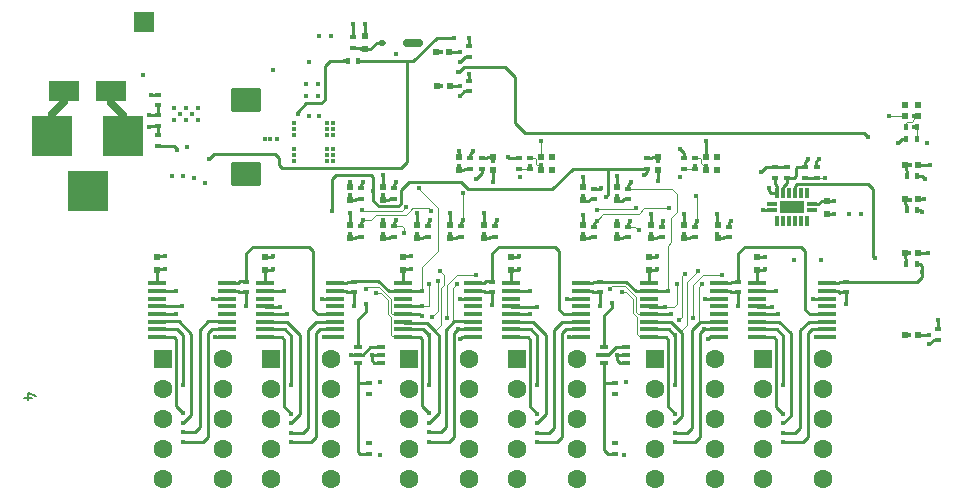
<source format=gbr>
G04 #@! TF.GenerationSoftware,KiCad,Pcbnew,8.0.1-rc1*
G04 #@! TF.CreationDate,2024-04-28T10:37:14-05:00*
G04 #@! TF.ProjectId,Stopwatch,53746f70-7761-4746-9368-2e6b69636164,rev?*
G04 #@! TF.SameCoordinates,Original*
G04 #@! TF.FileFunction,Copper,L4,Bot*
G04 #@! TF.FilePolarity,Positive*
%FSLAX46Y46*%
G04 Gerber Fmt 4.6, Leading zero omitted, Abs format (unit mm)*
G04 Created by KiCad (PCBNEW 8.0.1-rc1) date 2024-04-28 10:37:14*
%MOMM*%
%LPD*%
G01*
G04 APERTURE LIST*
G04 Aperture macros list*
%AMRoundRect*
0 Rectangle with rounded corners*
0 $1 Rounding radius*
0 $2 $3 $4 $5 $6 $7 $8 $9 X,Y pos of 4 corners*
0 Add a 4 corners polygon primitive as box body*
4,1,4,$2,$3,$4,$5,$6,$7,$8,$9,$2,$3,0*
0 Add four circle primitives for the rounded corners*
1,1,$1+$1,$2,$3*
1,1,$1+$1,$4,$5*
1,1,$1+$1,$6,$7*
1,1,$1+$1,$8,$9*
0 Add four rect primitives between the rounded corners*
20,1,$1+$1,$2,$3,$4,$5,0*
20,1,$1+$1,$4,$5,$6,$7,0*
20,1,$1+$1,$6,$7,$8,$9,0*
20,1,$1+$1,$8,$9,$2,$3,0*%
G04 Aperture macros list end*
%ADD10C,0.150000*%
G04 #@! TA.AperFunction,NonConductor*
%ADD11C,0.150000*%
G04 #@! TD*
G04 #@! TA.AperFunction,ComponentPad*
%ADD12R,1.700000X1.700000*%
G04 #@! TD*
G04 #@! TA.AperFunction,ComponentPad*
%ADD13R,1.600000X1.600000*%
G04 #@! TD*
G04 #@! TA.AperFunction,ComponentPad*
%ADD14C,1.600000*%
G04 #@! TD*
G04 #@! TA.AperFunction,ComponentPad*
%ADD15R,3.500000X3.500000*%
G04 #@! TD*
G04 #@! TA.AperFunction,SMDPad,CuDef*
%ADD16R,0.600000X0.400000*%
G04 #@! TD*
G04 #@! TA.AperFunction,SMDPad,CuDef*
%ADD17R,0.500000X0.600000*%
G04 #@! TD*
G04 #@! TA.AperFunction,SMDPad,CuDef*
%ADD18R,0.600000X0.500000*%
G04 #@! TD*
G04 #@! TA.AperFunction,SMDPad,CuDef*
%ADD19R,1.500000X0.450000*%
G04 #@! TD*
G04 #@! TA.AperFunction,SMDPad,CuDef*
%ADD20RoundRect,0.112500X-0.187500X-0.112500X0.187500X-0.112500X0.187500X0.112500X-0.187500X0.112500X0*%
G04 #@! TD*
G04 #@! TA.AperFunction,SMDPad,CuDef*
%ADD21R,0.400000X0.600000*%
G04 #@! TD*
G04 #@! TA.AperFunction,SMDPad,CuDef*
%ADD22RoundRect,0.250000X-1.025000X0.787500X-1.025000X-0.787500X1.025000X-0.787500X1.025000X0.787500X0*%
G04 #@! TD*
G04 #@! TA.AperFunction,SMDPad,CuDef*
%ADD23RoundRect,0.100000X0.225000X0.100000X-0.225000X0.100000X-0.225000X-0.100000X0.225000X-0.100000X0*%
G04 #@! TD*
G04 #@! TA.AperFunction,SMDPad,CuDef*
%ADD24R,0.850000X0.300000*%
G04 #@! TD*
G04 #@! TA.AperFunction,SMDPad,CuDef*
%ADD25R,0.300000X0.850000*%
G04 #@! TD*
G04 #@! TA.AperFunction,SMDPad,CuDef*
%ADD26R,2.050000X1.050000*%
G04 #@! TD*
G04 #@! TA.AperFunction,SMDPad,CuDef*
%ADD27R,2.500000X1.800000*%
G04 #@! TD*
G04 #@! TA.AperFunction,ViaPad*
%ADD28C,0.450000*%
G04 #@! TD*
G04 #@! TA.AperFunction,Conductor*
%ADD29C,0.254000*%
G04 #@! TD*
G04 #@! TA.AperFunction,Conductor*
%ADD30C,0.088900*%
G04 #@! TD*
G04 #@! TA.AperFunction,Conductor*
%ADD31C,0.635000*%
G04 #@! TD*
G04 APERTURE END LIST*
D10*
D11*
X86775847Y-116563950D02*
X86109180Y-116563950D01*
X87156800Y-116325855D02*
X86442514Y-116087760D01*
X86442514Y-116087760D02*
X86442514Y-116706807D01*
D12*
X96269800Y-84705000D03*
D13*
X118681400Y-113192800D03*
D14*
X118681400Y-115732800D03*
X118681400Y-118272800D03*
X118681400Y-120812800D03*
X118681400Y-123352800D03*
X123761400Y-123352800D03*
X123761400Y-120812800D03*
X123761400Y-118272800D03*
X123761400Y-115732800D03*
X123761400Y-113192800D03*
D15*
X94498000Y-94306200D03*
X88498000Y-94306200D03*
X91498000Y-99006200D03*
D13*
X127825400Y-113192800D03*
D14*
X127825400Y-115732800D03*
X127825400Y-118272800D03*
X127825400Y-120812800D03*
X127825400Y-123352800D03*
X132905400Y-123352800D03*
X132905400Y-120812800D03*
X132905400Y-118272800D03*
X132905400Y-115732800D03*
X132905400Y-113192800D03*
D13*
X97853400Y-113192800D03*
D14*
X97853400Y-115732800D03*
X97853400Y-118272800D03*
X97853400Y-120812800D03*
X97853400Y-123352800D03*
X102933400Y-123352800D03*
X102933400Y-120812800D03*
X102933400Y-118272800D03*
X102933400Y-115732800D03*
X102933400Y-113192800D03*
D13*
X148653400Y-113192800D03*
D14*
X148653400Y-115732800D03*
X148653400Y-118272800D03*
X148653400Y-120812800D03*
X148653400Y-123352800D03*
X153733400Y-123352800D03*
X153733400Y-120812800D03*
X153733400Y-118272800D03*
X153733400Y-115732800D03*
X153733400Y-113192800D03*
D13*
X139509400Y-113192800D03*
D14*
X139509400Y-115732800D03*
X139509400Y-118272800D03*
X139509400Y-120812800D03*
X139509400Y-123352800D03*
X144589400Y-123352800D03*
X144589400Y-120812800D03*
X144589400Y-118272800D03*
X144589400Y-115732800D03*
X144589400Y-113192800D03*
D13*
X106997400Y-113192800D03*
D14*
X106997400Y-115732800D03*
X106997400Y-118272800D03*
X106997400Y-120812800D03*
X106997400Y-123352800D03*
X112077400Y-123352800D03*
X112077400Y-120812800D03*
X112077400Y-118272800D03*
X112077400Y-115732800D03*
X112077400Y-113192800D03*
D16*
X117462900Y-98737000D03*
X117462900Y-99637000D03*
X125971900Y-101962800D03*
X125971900Y-102862800D03*
X142925800Y-102013600D03*
X142925800Y-102913600D03*
D17*
X141998100Y-101913600D03*
X141998100Y-103013600D03*
X116535200Y-98637000D03*
X116535200Y-99737000D03*
D16*
X125785190Y-106688000D03*
X125785190Y-107588000D03*
D17*
X136333900Y-101913600D03*
X136333900Y-103013600D03*
D16*
X153222800Y-96980400D03*
X153222800Y-97880400D03*
X104957190Y-106688000D03*
X104957190Y-107588000D03*
D17*
X106553000Y-105655200D03*
X106553000Y-104555200D03*
D16*
X134416800Y-102013600D03*
X134416800Y-102913600D03*
D17*
X119367900Y-101862800D03*
X119367900Y-102962800D03*
D16*
X163525200Y-110675000D03*
X163525200Y-111575000D03*
D18*
X160724600Y-91740800D03*
X161824600Y-91740800D03*
D17*
X133489100Y-101913600D03*
X133489100Y-103013600D03*
D19*
X112449400Y-106818000D03*
X112449400Y-107468000D03*
X112449400Y-108118000D03*
X112449400Y-108768000D03*
X112449400Y-109418000D03*
X112449400Y-110068000D03*
X112449400Y-110718000D03*
X112449400Y-111368000D03*
X106549400Y-111368000D03*
X106549400Y-110718000D03*
X106549400Y-110068000D03*
X106549400Y-109418000D03*
X106549400Y-108768000D03*
X106549400Y-108118000D03*
X106549400Y-107468000D03*
X106549400Y-106818000D03*
D17*
X139776200Y-97222400D03*
X139776200Y-96122400D03*
X129931000Y-96118400D03*
X129931000Y-97218400D03*
D16*
X123875800Y-96222400D03*
X123875800Y-97122400D03*
D20*
X116461800Y-86432200D03*
X118561800Y-86432200D03*
D16*
X145770600Y-102013600D03*
X145770600Y-102913600D03*
D21*
X161740000Y-97725900D03*
X160840000Y-97725900D03*
D17*
X130845400Y-96118400D03*
X130845400Y-97218400D03*
X113690400Y-101862800D03*
X113690400Y-102962800D03*
D16*
X115366600Y-116173200D03*
X115366600Y-115273200D03*
X140107600Y-102013600D03*
X140107600Y-102913600D03*
X136194600Y-116173200D03*
X136194600Y-115273200D03*
D17*
X144805400Y-96122400D03*
X144805400Y-97222400D03*
D19*
X144961400Y-106818000D03*
X144961400Y-107468000D03*
X144961400Y-108118000D03*
X144961400Y-108768000D03*
X144961400Y-109418000D03*
X144961400Y-110068000D03*
X144961400Y-110718000D03*
X144961400Y-111368000D03*
X139061400Y-111368000D03*
X139061400Y-110718000D03*
X139061400Y-110068000D03*
X139061400Y-109418000D03*
X139061400Y-108768000D03*
X139061400Y-108118000D03*
X139061400Y-107468000D03*
X139061400Y-106818000D03*
D16*
X114618100Y-98737000D03*
X114618100Y-99637000D03*
D19*
X154105400Y-106818000D03*
X154105400Y-107468000D03*
X154105400Y-108118000D03*
X154105400Y-108768000D03*
X154105400Y-109418000D03*
X154105400Y-110068000D03*
X154105400Y-110718000D03*
X154105400Y-111368000D03*
X148205400Y-111368000D03*
X148205400Y-110718000D03*
X148205400Y-110068000D03*
X148205400Y-109418000D03*
X148205400Y-108768000D03*
X148205400Y-108118000D03*
X148205400Y-107468000D03*
X148205400Y-106818000D03*
D16*
X149743000Y-97880400D03*
X149743000Y-96980400D03*
D17*
X125044200Y-101862800D03*
X125044200Y-102962800D03*
D18*
X122139800Y-87235700D03*
X121039800Y-87235700D03*
D21*
X160824600Y-94560200D03*
X161724600Y-94560200D03*
D16*
X123825000Y-86760300D03*
X123825000Y-87660300D03*
X115366600Y-120353200D03*
X115366600Y-121253200D03*
X114618100Y-101962800D03*
X114618100Y-102862800D03*
X141986000Y-96222400D03*
X141986000Y-97122400D03*
X97469800Y-92586200D03*
X97469800Y-93486200D03*
D19*
X103305400Y-106818000D03*
X103305400Y-107468000D03*
X103305400Y-108118000D03*
X103305400Y-108768000D03*
X103305400Y-109418000D03*
X103305400Y-110068000D03*
X103305400Y-110718000D03*
X103305400Y-111368000D03*
X97405400Y-111368000D03*
X97405400Y-110718000D03*
X97405400Y-110068000D03*
X97405400Y-109418000D03*
X97405400Y-108768000D03*
X97405400Y-108118000D03*
X97405400Y-107468000D03*
X97405400Y-106818000D03*
D17*
X136333900Y-98687800D03*
X136333900Y-99787800D03*
D21*
X161689200Y-105156000D03*
X160789200Y-105156000D03*
D22*
X104876600Y-91324700D03*
X104876600Y-97549700D03*
D16*
X123835200Y-89666300D03*
X123835200Y-90566300D03*
D21*
X161740000Y-100621500D03*
X160840000Y-100621500D03*
D16*
X142951200Y-97122400D03*
X142951200Y-96222400D03*
D17*
X139166600Y-101913600D03*
X139166600Y-103013600D03*
D16*
X134929190Y-106688000D03*
X134929190Y-107588000D03*
D23*
X116316800Y-112227600D03*
X116316800Y-112877600D03*
X116316800Y-113527600D03*
X114416800Y-113527600D03*
X114416800Y-112877600D03*
X114416800Y-112227600D03*
D16*
X138836400Y-97122400D03*
X138836400Y-96222400D03*
D17*
X125806200Y-97222400D03*
X125806200Y-96122400D03*
X144842900Y-101913600D03*
X144842900Y-103013600D03*
D19*
X133277400Y-106818000D03*
X133277400Y-107468000D03*
X133277400Y-108118000D03*
X133277400Y-108768000D03*
X133277400Y-109418000D03*
X133277400Y-110068000D03*
X133277400Y-110718000D03*
X133277400Y-111368000D03*
X127377400Y-111368000D03*
X127377400Y-110718000D03*
X127377400Y-110068000D03*
X127377400Y-109418000D03*
X127377400Y-108768000D03*
X127377400Y-108118000D03*
X127377400Y-107468000D03*
X127377400Y-106818000D03*
D16*
X134416800Y-98787800D03*
X134416800Y-99687800D03*
X117462900Y-101962800D03*
X117462900Y-102862800D03*
D18*
X160724600Y-92655200D03*
X161824600Y-92655200D03*
D17*
X114971428Y-86982200D03*
X114971428Y-85882200D03*
D16*
X137261600Y-98787800D03*
X137261600Y-99687800D03*
X128026000Y-96218400D03*
X128026000Y-97118400D03*
X97469800Y-90859000D03*
X97469800Y-91759000D03*
D23*
X137119400Y-112227600D03*
X137119400Y-112877600D03*
X137119400Y-113527600D03*
X135219400Y-113527600D03*
X135219400Y-112877600D03*
X135219400Y-112227600D03*
D16*
X114101190Y-106688000D03*
X114101190Y-107588000D03*
X152232200Y-96980400D03*
X152232200Y-97880400D03*
D17*
X127381000Y-105655200D03*
X127381000Y-104555200D03*
D16*
X120308900Y-101962800D03*
X120308900Y-102862800D03*
D17*
X122936000Y-96122400D03*
X122936000Y-97222400D03*
D18*
X161840000Y-96786100D03*
X160740000Y-96786100D03*
D16*
X97469800Y-94288000D03*
X97469800Y-95188000D03*
X113980828Y-86882200D03*
X113980828Y-85982200D03*
D24*
X152865400Y-100626800D03*
D25*
X152415400Y-101576800D03*
X151915400Y-101576800D03*
X151415400Y-101576800D03*
X150915400Y-101576800D03*
X150415400Y-101576800D03*
X149915400Y-101576800D03*
D24*
X149465400Y-100626800D03*
X149465400Y-100126800D03*
D25*
X149915400Y-99176800D03*
X150415400Y-99176800D03*
X150915400Y-99176800D03*
X151415400Y-99176800D03*
X151915400Y-99176800D03*
X152415400Y-99176800D03*
D24*
X152865400Y-100126800D03*
D26*
X151165400Y-100376800D03*
D18*
X161840000Y-111150400D03*
X160740000Y-111150400D03*
D16*
X146613190Y-106688000D03*
X146613190Y-107588000D03*
D17*
X148209000Y-105655200D03*
X148209000Y-104555200D03*
X139065000Y-105655200D03*
X139065000Y-104555200D03*
D16*
X155757190Y-106688000D03*
X155757190Y-107588000D03*
D18*
X161840000Y-99681700D03*
X160740000Y-99681700D03*
D16*
X137261600Y-102013600D03*
X137261600Y-102913600D03*
D17*
X118237000Y-105655200D03*
X118237000Y-104555200D03*
D16*
X124866400Y-97122400D03*
X124866400Y-96222400D03*
D21*
X114430828Y-87956200D03*
X113530828Y-87956200D03*
X161724600Y-93595000D03*
X160824600Y-93595000D03*
D17*
X133489100Y-98687800D03*
X133489100Y-99787800D03*
X113690400Y-98637000D03*
X113690400Y-99737000D03*
D16*
X150759000Y-97880400D03*
X150759000Y-96980400D03*
D17*
X116535200Y-101862800D03*
X116535200Y-102962800D03*
D16*
X136194600Y-120353200D03*
X136194600Y-121253200D03*
D27*
X93500800Y-90521600D03*
X89500800Y-90521600D03*
D16*
X128991200Y-97118400D03*
X128991200Y-96218400D03*
D19*
X124133400Y-106818000D03*
X124133400Y-107468000D03*
X124133400Y-108118000D03*
X124133400Y-108768000D03*
X124133400Y-109418000D03*
X124133400Y-110068000D03*
X124133400Y-110718000D03*
X124133400Y-111368000D03*
X118233400Y-111368000D03*
X118233400Y-110718000D03*
X118233400Y-110068000D03*
X118233400Y-109418000D03*
X118233400Y-108768000D03*
X118233400Y-108118000D03*
X118233400Y-107468000D03*
X118233400Y-106818000D03*
D17*
X97409000Y-105655200D03*
X97409000Y-104555200D03*
X154111800Y-99826800D03*
X154111800Y-100926800D03*
X143891000Y-96122400D03*
X143891000Y-97222400D03*
X122199400Y-101862800D03*
X122199400Y-102962800D03*
D16*
X123127100Y-101962800D03*
X123127100Y-102862800D03*
D18*
X161789200Y-104241600D03*
X160689200Y-104241600D03*
X122150000Y-90141700D03*
X121050000Y-90141700D03*
D28*
X108940600Y-93726000D03*
X108940600Y-95910400D03*
X111785400Y-93726000D03*
X96850200Y-90855800D03*
X104876600Y-97510600D03*
X136321800Y-99432200D03*
X111074200Y-92633800D03*
X161112200Y-96774000D03*
X146608800Y-108737400D03*
X109993400Y-90982800D03*
X98039610Y-104513000D03*
X119380000Y-102607200D03*
X139192000Y-102632600D03*
X153136600Y-111368000D03*
X148539200Y-97409000D03*
X155930600Y-100926900D03*
X102285800Y-111334600D03*
X121412000Y-87223600D03*
X161112200Y-99720400D03*
X111506000Y-111360000D03*
X114096800Y-108712000D03*
X141630400Y-97790000D03*
X153898600Y-97891600D03*
X115544600Y-112877600D03*
X104114600Y-98323400D03*
X114985800Y-84861400D03*
X118867610Y-104513000D03*
X136347200Y-112877600D03*
X125044200Y-102607200D03*
X161493200Y-92659200D03*
X96189800Y-89154000D03*
X139695610Y-104538400D03*
X107238800Y-88773000D03*
X162610800Y-94894400D03*
X108940600Y-94244000D03*
X117652800Y-87376000D03*
X108940600Y-93228000D03*
X108940600Y-96428400D03*
X141986000Y-102632600D03*
X110261400Y-88036400D03*
X121412000Y-90144600D03*
X148666200Y-100634800D03*
X151282400Y-104851200D03*
X125776410Y-108686600D03*
X105638600Y-96799400D03*
X122936000Y-96875600D03*
X144018000Y-111556800D03*
X123063000Y-111506000D03*
X105638600Y-98323400D03*
X104948410Y-108712000D03*
X144830800Y-102632600D03*
X161036000Y-104241600D03*
X125806200Y-96494600D03*
X161086800Y-111150400D03*
X99949000Y-95275400D03*
X129921000Y-96824800D03*
X122199400Y-102607200D03*
X154660600Y-100914200D03*
X106984800Y-94564200D03*
X128143000Y-97815400D03*
X133477000Y-102632600D03*
X128011610Y-104538400D03*
X133477000Y-99432200D03*
X113690400Y-99364800D03*
X107183610Y-104538400D03*
X101447600Y-98298000D03*
X104114600Y-96799400D03*
X106486800Y-94564200D03*
X148844000Y-104546400D03*
X139776200Y-96494600D03*
X107502800Y-94564200D03*
X109993400Y-89966800D03*
X155748410Y-108581300D03*
X111009400Y-90982800D03*
X116535200Y-102607200D03*
X136321800Y-102632600D03*
X108940600Y-95412400D03*
X143887000Y-96901000D03*
X116535200Y-99356000D03*
X113690400Y-102607200D03*
X111009400Y-89966800D03*
X134924800Y-108737400D03*
X132257800Y-111360000D03*
X104368600Y-90834400D03*
X104876600Y-91287600D03*
X104368600Y-91850400D03*
X105384600Y-91850400D03*
X105384600Y-90834400D03*
X99085400Y-95554800D03*
X98612800Y-97757400D03*
X98831400Y-91973400D03*
X100863400Y-92989400D03*
X100355400Y-92481400D03*
X99847400Y-91973400D03*
X99847400Y-92989400D03*
X100517800Y-97857400D03*
X100863400Y-91973400D03*
X99578000Y-97757400D03*
X99339400Y-92481400D03*
X98831400Y-92989400D03*
X130845400Y-96118400D03*
X130845400Y-97218400D03*
X144805400Y-96122400D03*
X144805400Y-97222400D03*
X160724600Y-91740800D03*
X161824600Y-91740800D03*
X127076200Y-96113600D03*
X141630400Y-95402400D03*
X160121600Y-94894400D03*
X113792000Y-112877600D03*
X112293400Y-93726000D03*
X162839400Y-96799400D03*
X141986000Y-100905400D03*
X116535200Y-101462800D03*
X112293400Y-95910400D03*
X116281200Y-115163600D03*
X136333900Y-101513600D03*
X136931400Y-121360400D03*
X123037600Y-87249000D03*
X125806200Y-98272600D03*
X119380000Y-100880000D03*
X148844000Y-105638600D03*
X122936000Y-95580200D03*
X156997400Y-100926900D03*
X143891000Y-94742000D03*
X111074200Y-85902800D03*
X112293400Y-96428400D03*
X144830800Y-100905400D03*
X123037600Y-90119200D03*
X154660600Y-99822000D03*
X139695610Y-105630600D03*
X98039610Y-105605200D03*
X113690400Y-100880000D03*
X118867610Y-105605200D03*
X113690400Y-98237000D03*
X125044200Y-100880000D03*
X162687000Y-104241600D03*
X119532400Y-86436200D03*
X112115600Y-85902800D03*
X162356800Y-99695000D03*
X153619200Y-104851200D03*
X112293400Y-94244000D03*
X112293400Y-93228000D03*
X116535200Y-97628800D03*
X111785400Y-94244000D03*
X107183610Y-105630600D03*
X110236000Y-92659200D03*
X111785400Y-95412400D03*
X139192000Y-100905400D03*
X111785400Y-95910400D03*
X159334200Y-92659200D03*
X112293400Y-95412400D03*
X111785400Y-96428400D03*
X122199400Y-100880000D03*
X139776200Y-98145600D03*
X133477000Y-101066600D03*
X133477000Y-97840800D03*
X128011610Y-105630600D03*
X162763200Y-111175800D03*
X137083800Y-115162800D03*
X116230400Y-121361200D03*
X129921000Y-94792800D03*
X134696200Y-112877600D03*
X136321800Y-97705000D03*
X111785400Y-93228000D03*
X136199100Y-116172400D03*
X136199100Y-120352400D03*
X115366600Y-116173200D03*
X115366600Y-120353200D03*
X101803200Y-96266000D03*
X122529600Y-86004400D03*
X157556200Y-94386400D03*
X122885200Y-88925400D03*
X153390600Y-96266000D03*
X108127800Y-107467400D03*
X138607800Y-97637600D03*
X135407400Y-99466400D03*
X115697000Y-98983800D03*
X112191800Y-100685600D03*
X98983800Y-107467400D03*
X152476200Y-96266000D03*
X149225000Y-98755200D03*
X113334800Y-88011000D03*
X109296200Y-92481400D03*
X113969800Y-84861400D03*
X162179000Y-105816400D03*
X96723200Y-92557600D03*
X96723200Y-93573600D03*
X158165800Y-104698800D03*
X128991200Y-96901000D03*
X142947200Y-96875600D03*
X161467800Y-93599000D03*
X162179000Y-100787200D03*
X149783800Y-107467400D03*
X140639800Y-107467400D03*
X137490200Y-98272600D03*
X119532400Y-98780600D03*
X119811800Y-107442000D03*
X128955800Y-107467400D03*
X117627400Y-98247200D03*
X132130800Y-108127800D03*
X123012200Y-108127800D03*
X111328200Y-108127800D03*
X152958800Y-108127800D03*
X124155200Y-95605600D03*
X115062000Y-108559600D03*
X135864600Y-108483400D03*
X102082600Y-108127800D03*
X143814800Y-108127800D03*
X150420600Y-115463200D03*
X149987000Y-109423200D03*
X149479000Y-108788200D03*
X150420600Y-117863200D03*
X150420600Y-118663200D03*
X150420600Y-119463200D03*
X150418800Y-120269000D03*
X141272210Y-115455200D03*
X142062200Y-106019600D03*
X141596855Y-109948455D03*
X141256610Y-111220400D03*
X140919200Y-109415200D03*
X135712200Y-107264200D03*
X141376400Y-106908600D03*
X140385800Y-108780200D03*
X136779000Y-107543600D03*
X141272210Y-117855200D03*
X143164200Y-105791000D03*
X141272210Y-118655200D03*
X141272210Y-119455200D03*
X143510000Y-106832400D03*
X145196200Y-106070400D03*
X141270410Y-120261000D03*
X142732400Y-109728000D03*
X143668410Y-110684600D03*
X129588210Y-115455200D03*
X128951410Y-109415200D03*
X129590800Y-108780200D03*
X129588210Y-117855200D03*
X129588210Y-118655200D03*
X129588210Y-119455200D03*
X129586410Y-120261000D03*
X120444210Y-111220400D03*
X120444210Y-115429800D03*
X121208800Y-106629200D03*
X120624600Y-109702600D03*
X115036600Y-107264200D03*
X119810210Y-109601000D03*
X120421400Y-106883200D03*
X119807410Y-108754800D03*
X115900200Y-107594400D03*
X120444210Y-117829800D03*
X121361200Y-105765600D03*
X120444210Y-118629800D03*
X120444210Y-119429800D03*
X122809000Y-106832400D03*
X122856010Y-110684600D03*
X121920000Y-109728000D03*
X124383800Y-106070400D03*
X120442410Y-120235600D03*
X108760210Y-115455200D03*
X108381800Y-109415200D03*
X107772200Y-108780200D03*
X108760210Y-117855200D03*
X108760210Y-118655200D03*
X108760210Y-119455200D03*
X108758410Y-120261000D03*
X99616210Y-115429800D03*
X98979410Y-109389800D03*
X99466400Y-108754800D03*
X99616210Y-117829800D03*
X99616210Y-118629800D03*
X99616210Y-119429800D03*
X99614410Y-120235600D03*
X123825000Y-89077800D03*
X123825000Y-86055200D03*
X163525200Y-109956600D03*
X123037600Y-90932000D03*
X123037600Y-88112600D03*
X162737800Y-111988600D03*
X124383800Y-97942400D03*
X162407600Y-98018600D03*
X134594600Y-101498400D03*
X140741400Y-100456950D03*
X137464800Y-101498400D03*
X138176000Y-102336600D03*
X140233400Y-101523800D03*
X143078200Y-101549200D03*
X143027400Y-99415600D03*
X145948400Y-101523800D03*
X134620000Y-100634800D03*
X137922000Y-100457000D03*
X134975600Y-98780600D03*
X120599200Y-100660200D03*
X114782600Y-101473000D03*
X118287800Y-102565200D03*
X117652800Y-101447600D03*
X120472200Y-101473000D03*
X123291600Y-101473000D03*
X123291600Y-99161600D03*
X126136400Y-101473000D03*
X114731800Y-100584000D03*
X118465600Y-100380800D03*
X114782600Y-98221800D03*
D29*
X99466400Y-108754800D02*
X97421210Y-108754800D01*
X108381800Y-109415200D02*
X106550210Y-109415200D01*
X107772200Y-108780200D02*
X106565210Y-108780200D01*
X106565210Y-108780200D02*
X106545010Y-108760000D01*
X127393210Y-108780200D02*
X127373010Y-108760000D01*
X129590800Y-108780200D02*
X127393210Y-108780200D01*
D30*
X141191000Y-108780200D02*
X140385800Y-108780200D01*
X141376400Y-108594800D02*
X141191000Y-108780200D01*
X141376400Y-106908600D02*
X141376400Y-108594800D01*
D29*
X139077210Y-108780200D02*
X139057010Y-108760000D01*
X140385800Y-108780200D02*
X139077210Y-108780200D01*
X139062210Y-109415200D02*
X139057010Y-109410000D01*
X140919200Y-109415200D02*
X139062210Y-109415200D01*
X148210600Y-109423200D02*
X148205400Y-109418000D01*
X149987000Y-109423200D02*
X148210600Y-109423200D01*
X148225600Y-108788200D02*
X148205400Y-108768000D01*
X149479000Y-108788200D02*
X148225600Y-108788200D01*
X153212800Y-96443800D02*
X153212800Y-96970400D01*
X153212800Y-96970400D02*
X153222800Y-96980400D01*
X153390600Y-96266000D02*
X153212800Y-96443800D01*
X97469800Y-90859000D02*
X96853400Y-90859000D01*
D31*
X93500800Y-91545000D02*
X94498000Y-92542200D01*
X94498000Y-92542200D02*
X94498000Y-94306200D01*
D29*
X96853400Y-90859000D02*
X96850200Y-90855800D01*
D31*
X93500800Y-90521600D02*
X93500800Y-91545000D01*
D29*
X134404700Y-102904800D02*
X134043000Y-102904800D01*
X155042200Y-107468000D02*
X155168600Y-107594400D01*
X160756600Y-97256600D02*
X160756600Y-96802700D01*
X117001200Y-99728200D02*
X116535200Y-99728200D01*
X141986000Y-102632600D02*
X141986000Y-103004800D01*
X149465400Y-100626800D02*
X148674200Y-100626800D01*
X136787800Y-99804400D02*
X136321800Y-99804400D01*
X160789200Y-105156000D02*
X160789200Y-104756800D01*
D30*
X143887000Y-96901000D02*
X143719200Y-96901000D01*
D29*
X155175000Y-107588000D02*
X155757190Y-107588000D01*
D30*
X161493200Y-92659200D02*
X161493200Y-92913200D01*
D29*
X119846000Y-102979400D02*
X119380000Y-102979400D01*
X125044200Y-102607200D02*
X125044200Y-102979400D01*
X104952800Y-108707610D02*
X104952800Y-107588000D01*
X144214800Y-111360000D02*
X144957010Y-111360000D01*
X120307700Y-102879400D02*
X119946000Y-102879400D01*
X114096800Y-108712000D02*
X114096800Y-107588000D01*
X145296800Y-103004800D02*
X144830800Y-103004800D01*
X160756600Y-96802700D02*
X160740000Y-96786100D01*
X114256400Y-99637000D02*
X114156400Y-99737000D01*
X133943000Y-99804400D02*
X133477000Y-99804400D01*
D30*
X129416200Y-96218400D02*
X129489200Y-96291400D01*
D29*
X118232610Y-104521800D02*
X118858810Y-104521800D01*
X138836400Y-96222400D02*
X139235600Y-96222400D01*
D31*
X89500800Y-91474200D02*
X89500800Y-90521600D01*
D29*
X114618100Y-99637000D02*
X114256400Y-99637000D01*
X146608800Y-108737400D02*
X146613190Y-108733010D01*
X139192000Y-102632600D02*
X139192000Y-103004800D01*
X160840000Y-97340000D02*
X160756600Y-97256600D01*
X139776200Y-96122400D02*
X139776200Y-96494600D01*
X148209000Y-104555200D02*
X148835200Y-104555200D01*
X139335600Y-96122400D02*
X139776200Y-96122400D01*
X113514610Y-107580000D02*
X114096800Y-107580000D01*
X133477000Y-102632600D02*
X133477000Y-103004800D01*
X136887800Y-102904800D02*
X136787800Y-103004800D01*
X153222800Y-97880400D02*
X152232200Y-97880400D01*
D30*
X160909000Y-93116400D02*
X160824600Y-93200800D01*
X143887000Y-97218400D02*
X143891000Y-97222400D01*
D29*
X122665400Y-102979400D02*
X122199400Y-102979400D01*
X136321800Y-99432200D02*
X136321800Y-99804400D01*
X145396800Y-102904800D02*
X145296800Y-103004800D01*
X160778700Y-99720400D02*
X160740000Y-99681700D01*
X119946000Y-102879400D02*
X119846000Y-102979400D01*
D30*
X129921000Y-97208400D02*
X129931000Y-97218400D01*
D29*
X134342610Y-107580000D02*
X134924800Y-107580000D01*
X140119700Y-102904800D02*
X139758000Y-102904800D01*
X146026610Y-107580000D02*
X146608800Y-107580000D01*
X125610200Y-102879400D02*
X125510200Y-102979400D01*
X136887800Y-99704400D02*
X136787800Y-99804400D01*
X125776410Y-108686600D02*
X125780800Y-108682210D01*
X144018000Y-111556800D02*
X144214800Y-111360000D01*
D30*
X153887400Y-97880400D02*
X153898600Y-97891600D01*
X143345400Y-96222400D02*
X142951200Y-96222400D01*
D29*
X137249500Y-102904800D02*
X136887800Y-102904800D01*
X125806200Y-96494600D02*
X125806200Y-96122400D01*
D30*
X129921000Y-96824800D02*
X129921000Y-97208400D01*
D29*
X161086800Y-111150400D02*
X160740000Y-111150400D01*
D30*
X129565400Y-96824800D02*
X129921000Y-96824800D01*
D29*
X113381810Y-107460000D02*
X113508210Y-107586400D01*
X114971428Y-85882200D02*
X114971428Y-84875772D01*
X114256400Y-102879400D02*
X114156400Y-102979400D01*
X117462900Y-99628200D02*
X117101200Y-99628200D01*
X121412000Y-90144600D02*
X121052900Y-90144600D01*
X160840000Y-100235600D02*
X160740000Y-100135600D01*
X150759000Y-96980400D02*
X149743000Y-96980400D01*
D30*
X128991200Y-96218400D02*
X129416200Y-96218400D01*
D29*
X144830800Y-102632600D02*
X144830800Y-103004800D01*
X122765400Y-102879400D02*
X122665400Y-102979400D01*
X98030810Y-104521800D02*
X98039610Y-104513000D01*
X161112200Y-96774000D02*
X160752100Y-96774000D01*
X115544600Y-113309400D02*
X115544600Y-112877600D01*
D30*
X160824600Y-93200800D02*
X160824600Y-93595000D01*
D29*
X114618100Y-102879400D02*
X114256400Y-102879400D01*
X125065810Y-107434600D02*
X125192210Y-107561000D01*
X155752800Y-108576910D02*
X155748410Y-108581300D01*
X139658000Y-103004800D02*
X139192000Y-103004800D01*
X133477000Y-99432200D02*
X133477000Y-99804400D01*
D30*
X153222800Y-97880400D02*
X153887400Y-97880400D01*
D29*
X136321800Y-102632600D02*
X136321800Y-103004800D01*
X139686810Y-104547200D02*
X139695610Y-104538400D01*
X123127100Y-102879400D02*
X122765400Y-102879400D01*
X117101200Y-99628200D02*
X117001200Y-99728200D01*
X145893810Y-107460000D02*
X146020210Y-107586400D01*
D30*
X129489200Y-96291400D02*
X129489200Y-96748600D01*
D29*
X160840000Y-100621500D02*
X160840000Y-100235600D01*
X154648000Y-100926800D02*
X154660600Y-100914200D01*
X104364210Y-107561000D02*
X104370610Y-107554600D01*
X121052900Y-90144600D02*
X121050000Y-90141700D01*
X137249500Y-99704400D02*
X136887800Y-99704400D01*
X113508210Y-107586400D02*
X113514610Y-107580000D01*
X114156400Y-102979400D02*
X113690400Y-102979400D01*
X104370610Y-107554600D02*
X104952800Y-107554600D01*
X146613190Y-108733010D02*
X146613190Y-107588000D01*
X145758500Y-102904800D02*
X145396800Y-102904800D01*
X125198610Y-107554600D02*
X125780800Y-107554600D01*
X125510200Y-102979400D02*
X125044200Y-102979400D01*
X121051900Y-87223600D02*
X121039800Y-87235700D01*
X123325800Y-97222400D02*
X123425800Y-97122400D01*
D30*
X143719200Y-96901000D02*
X143429800Y-96611600D01*
D29*
X149743000Y-96980400D02*
X148967800Y-96980400D01*
X139235600Y-96222400D02*
X139335600Y-96122400D01*
D30*
X143429800Y-96611600D02*
X143429800Y-96306800D01*
D29*
X154111800Y-100926800D02*
X154648000Y-100926800D01*
X142452000Y-103004800D02*
X141986000Y-103004800D01*
X136565400Y-113527600D02*
X136347200Y-113309400D01*
X124129010Y-107434600D02*
X125065810Y-107434600D01*
X133273010Y-107460000D02*
X134209810Y-107460000D01*
X160789200Y-104756800D02*
X160689200Y-104656800D01*
X104237810Y-107434600D02*
X104364210Y-107561000D01*
X114156400Y-99737000D02*
X113690400Y-99737000D01*
X132257800Y-111360000D02*
X133273010Y-111360000D01*
X160840000Y-97725900D02*
X160840000Y-97340000D01*
X116535200Y-102607200D02*
X116535200Y-102979400D01*
X113690400Y-102607200D02*
X113690400Y-102979400D01*
X113690400Y-99364800D02*
X113690400Y-99737000D01*
X139060610Y-104547200D02*
X139686810Y-104547200D01*
X142913700Y-102904800D02*
X142552000Y-102904800D01*
D31*
X88498000Y-94306200D02*
X88498000Y-92477000D01*
D29*
X122936000Y-96875600D02*
X122936000Y-97222400D01*
X154105400Y-107468000D02*
X155042200Y-107468000D01*
X102285800Y-111334600D02*
X103301010Y-111334600D01*
X144957010Y-107460000D02*
X145893810Y-107460000D01*
X97404610Y-104521800D02*
X98030810Y-104521800D01*
X116535200Y-99356000D02*
X116535200Y-99728200D01*
X106548610Y-104547200D02*
X107174810Y-104547200D01*
X104948410Y-108712000D02*
X104952800Y-108707610D01*
X155168600Y-107594400D02*
X155175000Y-107588000D01*
X125971900Y-102879400D02*
X125610200Y-102879400D01*
X107174810Y-104547200D02*
X107183610Y-104538400D01*
X123063000Y-111506000D02*
X123234400Y-111334600D01*
X155752800Y-107588000D02*
X155752800Y-108576910D01*
D30*
X161493200Y-92913200D02*
X161290000Y-93116400D01*
D29*
X111506000Y-111360000D02*
X112445010Y-111360000D01*
D30*
X161290000Y-93116400D02*
X160909000Y-93116400D01*
D29*
X139758000Y-102904800D02*
X139658000Y-103004800D01*
D30*
X143887000Y-96901000D02*
X143887000Y-97218400D01*
D29*
X117101200Y-102879400D02*
X117001200Y-102979400D01*
X125780800Y-108682210D02*
X125780800Y-107588000D01*
X115544600Y-112877600D02*
X116316800Y-112877600D01*
X124866400Y-96222400D02*
X125265600Y-96222400D01*
X116316800Y-113527600D02*
X115762800Y-113527600D01*
X161112200Y-99720400D02*
X160778700Y-99720400D01*
X137119400Y-113527600D02*
X136565400Y-113527600D01*
X117462900Y-102879400D02*
X117101200Y-102879400D01*
X137119400Y-112877600D02*
X136347200Y-112877600D01*
X125365600Y-96122400D02*
X125806200Y-96122400D01*
X112445010Y-107460000D02*
X113381810Y-107460000D01*
X146020210Y-107586400D02*
X146026610Y-107580000D01*
X160689200Y-104656800D02*
X160689200Y-104241600D01*
X134043000Y-99704400D02*
X133943000Y-99804400D01*
X123234400Y-111334600D02*
X124129010Y-111334600D01*
X134209810Y-107460000D02*
X134336210Y-107586400D01*
X160752100Y-96774000D02*
X160740000Y-96786100D01*
X103301010Y-107434600D02*
X104237810Y-107434600D01*
X133943000Y-103004800D02*
X133477000Y-103004800D01*
X122199400Y-102607200D02*
X122199400Y-102979400D01*
D30*
X161493200Y-92659200D02*
X161820600Y-92659200D01*
D29*
X160740000Y-100135600D02*
X160740000Y-99681700D01*
X119380000Y-102607200D02*
X119380000Y-102979400D01*
D30*
X143429800Y-96306800D02*
X143345400Y-96222400D01*
D29*
X115762800Y-113527600D02*
X115544600Y-113309400D01*
X122936000Y-97222400D02*
X123325800Y-97222400D01*
X125265600Y-96222400D02*
X125365600Y-96122400D01*
X148674200Y-100626800D02*
X148666200Y-100634800D01*
X128002810Y-104547200D02*
X128011610Y-104538400D01*
X148835200Y-104555200D02*
X148844000Y-104546400D01*
D30*
X161820600Y-92659200D02*
X161824600Y-92655200D01*
D29*
X148967800Y-96980400D02*
X148539200Y-97409000D01*
X121412000Y-87223600D02*
X121051900Y-87223600D01*
X142552000Y-102904800D02*
X142452000Y-103004800D01*
X134924800Y-108737400D02*
X134924800Y-107588000D01*
X118858810Y-104521800D02*
X118867610Y-104513000D01*
X134043000Y-102904800D02*
X133943000Y-103004800D01*
X136787800Y-103004800D02*
X136321800Y-103004800D01*
X114971428Y-84875772D02*
X114985800Y-84861400D01*
X127376610Y-104547200D02*
X128002810Y-104547200D01*
X123425800Y-97122400D02*
X123875800Y-97122400D01*
D31*
X88498000Y-92477000D02*
X89500800Y-91474200D01*
D29*
X125192210Y-107561000D02*
X125198610Y-107554600D01*
X136347200Y-113309400D02*
X136347200Y-112877600D01*
X134336210Y-107586400D02*
X134342610Y-107580000D01*
X153136600Y-111368000D02*
X154105400Y-111368000D01*
X117001200Y-102979400D02*
X116535200Y-102979400D01*
D30*
X129489200Y-96748600D02*
X129565400Y-96824800D01*
D29*
X134404700Y-99704400D02*
X134043000Y-99704400D01*
X98794800Y-95188000D02*
X97469800Y-95188000D01*
X99085400Y-95554800D02*
X99085400Y-95478600D01*
X99085400Y-95478600D02*
X98794800Y-95188000D01*
X114971428Y-86982200D02*
X114617400Y-86982200D01*
X115455800Y-86982200D02*
X114971428Y-86982200D01*
X116461800Y-86432200D02*
X116005800Y-86432200D01*
X116005800Y-86432200D02*
X115455800Y-86982200D01*
X114017428Y-86918800D02*
X113980828Y-86882200D01*
X114554000Y-86918800D02*
X114017428Y-86918800D01*
X114617400Y-86982200D02*
X114554000Y-86918800D01*
X127181000Y-96218400D02*
X127076200Y-96113600D01*
X128026000Y-96218400D02*
X127181000Y-96218400D01*
X141986000Y-95758000D02*
X141630400Y-95402400D01*
X141986000Y-96222400D02*
X141986000Y-95758000D01*
X160455800Y-94560200D02*
X160121600Y-94894400D01*
X160824600Y-94560200D02*
X160455800Y-94560200D01*
X122936000Y-96122400D02*
X122936000Y-95580200D01*
X161840000Y-99681700D02*
X162343500Y-99681700D01*
X115432600Y-112227600D02*
X116316800Y-112227600D01*
X97404610Y-105621800D02*
X98023010Y-105621800D01*
X97401010Y-105625400D02*
X97404610Y-105621800D01*
D31*
X118561800Y-86432200D02*
X119528400Y-86432200D01*
D29*
X139057010Y-106810000D02*
X139057010Y-105650800D01*
X113690400Y-100880000D02*
X113690400Y-101879400D01*
X122150000Y-90141700D02*
X123015100Y-90141700D01*
X116535200Y-101462800D02*
X116535200Y-101879400D01*
X97401010Y-106784600D02*
X97401010Y-105625400D01*
X135219400Y-112877600D02*
X135596252Y-112877600D01*
X106545010Y-105650800D02*
X106548610Y-105647200D01*
X161840000Y-111150400D02*
X162737800Y-111150400D01*
X136333900Y-101513600D02*
X136321800Y-101525700D01*
D30*
X129921000Y-94792800D02*
X129931000Y-94802800D01*
D29*
X139057010Y-105650800D02*
X139060610Y-105647200D01*
X122199400Y-100880000D02*
X122199400Y-101879400D01*
X141986000Y-100905400D02*
X141986000Y-101904800D01*
X139679010Y-105647200D02*
X139695610Y-105630600D01*
X127376610Y-105647200D02*
X127995010Y-105647200D01*
X154655800Y-99826800D02*
X154660600Y-99822000D01*
X127995010Y-105647200D02*
X128011610Y-105630600D01*
X114416800Y-112877600D02*
X114782600Y-112877600D01*
X148205400Y-106818000D02*
X148205400Y-105658800D01*
D31*
X119528400Y-86432200D02*
X119532400Y-86436200D01*
D29*
X139776200Y-98145600D02*
X139776200Y-97222400D01*
X118229010Y-106784600D02*
X118229010Y-105625400D01*
X123024300Y-87235700D02*
X123037600Y-87249000D01*
X148827400Y-105655200D02*
X148844000Y-105638600D01*
X118229010Y-105625400D02*
X118232610Y-105621800D01*
X148209000Y-105655200D02*
X148827400Y-105655200D01*
X136246252Y-112227600D02*
X137119400Y-112227600D01*
X122139800Y-87235700D02*
X123024300Y-87235700D01*
X127373010Y-106810000D02*
X127373010Y-105650800D01*
X98023010Y-105621800D02*
X98039610Y-105605200D01*
X113690400Y-98237000D02*
X113690400Y-98637000D01*
X106548610Y-105647200D02*
X107167010Y-105647200D01*
X125806200Y-98272600D02*
X125806200Y-97222400D01*
X162343500Y-99681700D02*
X162356800Y-99695000D01*
X161853300Y-96799400D02*
X161840000Y-96786100D01*
X114416800Y-112877600D02*
X113792000Y-112877600D01*
X154111800Y-99826800D02*
X154655800Y-99826800D01*
X118232610Y-105621800D02*
X118851010Y-105621800D01*
X114782600Y-112877600D02*
X115432600Y-112227600D01*
X148205400Y-105658800D02*
X148209000Y-105655200D01*
X119380000Y-100880000D02*
X119380000Y-101879400D01*
X123015100Y-90141700D02*
X123037600Y-90119200D01*
X162839400Y-96799400D02*
X161853300Y-96799400D01*
X162737800Y-111150400D02*
X162763200Y-111175800D01*
X127373010Y-105650800D02*
X127376610Y-105647200D01*
X162687000Y-104241600D02*
X161789200Y-104241600D01*
X153365200Y-100126800D02*
X153665200Y-99826800D01*
D30*
X159338200Y-92655200D02*
X160724600Y-92655200D01*
D29*
X106545010Y-106810000D02*
X106545010Y-105650800D01*
X153665200Y-99826800D02*
X154111800Y-99826800D01*
D30*
X129931000Y-94802800D02*
X129931000Y-96118400D01*
D29*
X118851010Y-105621800D02*
X118867610Y-105605200D01*
X144830800Y-100905400D02*
X144830800Y-101904800D01*
X107167010Y-105647200D02*
X107183610Y-105630600D01*
X134696200Y-112877600D02*
X135219400Y-112877600D01*
X125044200Y-100880000D02*
X125044200Y-101879400D01*
X136321800Y-101525700D02*
X136321800Y-101904800D01*
X139192000Y-100905400D02*
X139192000Y-101904800D01*
X136321800Y-97705000D02*
X136321800Y-98704400D01*
X152865400Y-100126800D02*
X153365200Y-100126800D01*
X143891000Y-94742000D02*
X143891000Y-96122400D01*
X135596252Y-112877600D02*
X136246252Y-112227600D01*
X133477000Y-101066600D02*
X133477000Y-101904800D01*
X116535200Y-97628800D02*
X116535200Y-98628200D01*
X139060610Y-105647200D02*
X139679010Y-105647200D01*
X133477000Y-97840800D02*
X133477000Y-98704400D01*
D30*
X159334200Y-92659200D02*
X159338200Y-92655200D01*
D29*
X107924600Y-97053400D02*
X118059200Y-97053400D01*
X107340400Y-95885000D02*
X107670600Y-96215200D01*
X118567200Y-88011000D02*
X118033800Y-88011000D01*
X102184200Y-95885000D02*
X107340400Y-95885000D01*
X115058000Y-87956200D02*
X115112800Y-88011000D01*
X122529600Y-86004400D02*
X121056400Y-86004400D01*
X119049800Y-88011000D02*
X118033800Y-88011000D01*
X107670600Y-96215200D02*
X107670600Y-96799400D01*
X114430828Y-87956200D02*
X115058000Y-87956200D01*
X107670600Y-96799400D02*
X107924600Y-97053400D01*
X118059200Y-97053400D02*
X118567200Y-96545400D01*
X118033800Y-88011000D02*
X115112800Y-88011000D01*
X101803200Y-96266000D02*
X102184200Y-95885000D01*
X121056400Y-86004400D02*
X119049800Y-88011000D01*
X118567200Y-96545400D02*
X118567200Y-88011000D01*
X122975748Y-88925400D02*
X122885200Y-88925400D01*
X123407548Y-88493600D02*
X122975748Y-88925400D01*
X157556200Y-94386400D02*
X157226000Y-94056200D01*
X126873000Y-88493600D02*
X127685800Y-89306400D01*
X127685800Y-93218000D02*
X127685800Y-89306400D01*
X128524000Y-94056200D02*
X157226000Y-94056200D01*
X123407548Y-88493600D02*
X126873000Y-88493600D01*
X128524000Y-94056200D02*
X127685800Y-93218000D01*
X138836400Y-97122400D02*
X138836400Y-97409000D01*
X138836400Y-97409000D02*
X138607800Y-97637600D01*
X135592400Y-97122400D02*
X132595200Y-97122400D01*
X123102748Y-98221800D02*
X118694200Y-98221800D01*
X150415400Y-98631600D02*
X150759000Y-98288000D01*
X115697000Y-97840800D02*
X115697000Y-98983800D01*
X117803300Y-100304600D02*
X116179600Y-100304600D01*
X152232200Y-96980400D02*
X152232200Y-96510000D01*
X151460200Y-97078800D02*
X151561800Y-96977200D01*
X152232200Y-96510000D02*
X152476200Y-96266000D01*
X132595200Y-97122400D02*
X130860800Y-98856800D01*
X118694200Y-98221800D02*
X118016900Y-98899100D01*
X98983200Y-107468000D02*
X98983800Y-107467400D01*
X123737748Y-98856800D02*
X123102748Y-98221800D01*
X150759000Y-97880400D02*
X151293600Y-97880400D01*
X151565000Y-96980400D02*
X152232200Y-96980400D01*
X118016900Y-98899100D02*
X118016900Y-100091000D01*
X150415400Y-99176800D02*
X150415400Y-98631600D01*
X106550000Y-107467400D02*
X106549400Y-107468000D01*
X151460200Y-97713800D02*
X151460200Y-97078800D01*
X108127800Y-107467400D02*
X106550000Y-107467400D01*
X115697000Y-99822000D02*
X115697000Y-98983800D01*
X118016900Y-100091000D02*
X117803300Y-100304600D01*
X151293600Y-97880400D02*
X151460200Y-97713800D01*
X135407400Y-99466400D02*
X135592400Y-99281400D01*
X151561800Y-96977200D02*
X151565000Y-96980400D01*
X97405400Y-107468000D02*
X98983200Y-107468000D01*
X112572800Y-97612200D02*
X115468400Y-97612200D01*
X150759000Y-98288000D02*
X150759000Y-97880400D01*
X116179600Y-100304600D02*
X115697000Y-99822000D01*
X135592400Y-97122400D02*
X138836400Y-97122400D01*
X130860800Y-98856800D02*
X123737748Y-98856800D01*
X112191800Y-97993200D02*
X112572800Y-97612200D01*
X112191800Y-100685600D02*
X112191800Y-97993200D01*
X135592400Y-99281400D02*
X135592400Y-97122400D01*
X115468400Y-97612200D02*
X115697000Y-97840800D01*
X149915400Y-99176800D02*
X149915400Y-98556600D01*
X149743000Y-98384200D02*
X149743000Y-97880400D01*
X149225000Y-99034600D02*
X149367200Y-99176800D01*
X149915400Y-98556600D02*
X149743000Y-98384200D01*
X149367200Y-99176800D02*
X149915400Y-99176800D01*
X149225000Y-98755200D02*
X149225000Y-99034600D01*
X111607600Y-88417400D02*
X112014000Y-88011000D01*
X110007400Y-91567000D02*
X111302800Y-91567000D01*
X111607600Y-91262200D02*
X111607600Y-88417400D01*
X113389600Y-87956200D02*
X113334800Y-88011000D01*
X109296200Y-92481400D02*
X109296200Y-92278200D01*
X109296200Y-92278200D02*
X110007400Y-91567000D01*
X113530828Y-87956200D02*
X113389600Y-87956200D01*
X111302800Y-91567000D02*
X111607600Y-91262200D01*
X112014000Y-88011000D02*
X113334800Y-88011000D01*
X113980828Y-85982200D02*
X113980828Y-84872428D01*
X113980828Y-84872428D02*
X113969800Y-84861400D01*
X162153600Y-105435400D02*
X162179000Y-105460800D01*
X162179000Y-105460800D02*
X162179000Y-105816400D01*
X161689200Y-105156000D02*
X162001200Y-105156000D01*
X155081400Y-106818000D02*
X155211400Y-106688000D01*
X155211400Y-106688000D02*
X155757190Y-106688000D01*
X162001200Y-105156000D02*
X162153600Y-105308400D01*
X162153600Y-105841800D02*
X162179000Y-105816400D01*
X155757190Y-106688000D02*
X161764600Y-106688000D01*
X161764600Y-106688000D02*
X162153600Y-106299000D01*
X154105400Y-106818000D02*
X155081400Y-106818000D01*
X162153600Y-105308400D02*
X162153600Y-105435400D01*
X162153600Y-106299000D02*
X162153600Y-105841800D01*
X97469800Y-92586200D02*
X96751800Y-92586200D01*
X97469800Y-92586200D02*
X97469800Y-91759000D01*
X96751800Y-92586200D02*
X96723200Y-92557600D01*
X97469800Y-94288000D02*
X97469800Y-93486200D01*
X96824800Y-93472000D02*
X97455600Y-93472000D01*
X97455600Y-93472000D02*
X97469800Y-93486200D01*
X96723200Y-93573600D02*
X96824800Y-93472000D01*
X151584200Y-98425000D02*
X157607000Y-98425000D01*
X158013400Y-104546400D02*
X158165800Y-104698800D01*
X157937200Y-98755200D02*
X158013400Y-98831400D01*
X158013400Y-98831400D02*
X158013400Y-104546400D01*
X151415400Y-98593800D02*
X151584200Y-98425000D01*
X157607000Y-98425000D02*
X157937200Y-98755200D01*
X151415400Y-99176800D02*
X151415400Y-98593800D01*
X135219400Y-113527600D02*
X135219400Y-115265200D01*
X135219400Y-120893800D02*
X135578800Y-121253200D01*
X136194600Y-115273200D02*
X135227400Y-115273200D01*
X135219400Y-115265200D02*
X135219400Y-120893800D01*
X135578800Y-121253200D02*
X136194600Y-121253200D01*
X135227400Y-115273200D02*
X135219400Y-115265200D01*
X114573000Y-121253200D02*
X115366600Y-121253200D01*
X114416800Y-113527600D02*
X114416800Y-115265200D01*
X114416800Y-115265200D02*
X114416800Y-121097000D01*
X114424800Y-115273200D02*
X114416800Y-115265200D01*
X114416800Y-121097000D02*
X114573000Y-121253200D01*
X115366600Y-115273200D02*
X114424800Y-115273200D01*
D30*
X128991200Y-96901000D02*
X128991200Y-97118400D01*
X128026000Y-97118400D02*
X128991200Y-97118400D01*
X142947200Y-97118400D02*
X142951200Y-97122400D01*
X141986000Y-97122400D02*
X142951200Y-97122400D01*
X142947200Y-96875600D02*
X142947200Y-97118400D01*
X161720600Y-93599000D02*
X161724600Y-93595000D01*
X161724600Y-94560200D02*
X161724600Y-93595000D01*
X161467800Y-93599000D02*
X161720600Y-93599000D01*
D29*
X162013300Y-100621500D02*
X162179000Y-100787200D01*
X161740000Y-100621500D02*
X162013300Y-100621500D01*
X137261600Y-98787800D02*
X137261600Y-98501200D01*
X140639200Y-107468000D02*
X140639800Y-107467400D01*
X139061400Y-107468000D02*
X140639200Y-107468000D01*
X133273010Y-106810000D02*
X134249010Y-106810000D01*
D30*
X141401800Y-100761800D02*
X141401800Y-99237800D01*
D29*
X148206000Y-107467400D02*
X148205400Y-107468000D01*
X137261600Y-98501200D02*
X137490200Y-98272600D01*
X134379010Y-106680000D02*
X134924800Y-106680000D01*
D30*
X141401800Y-99237800D02*
X140951800Y-98787800D01*
D29*
X149783800Y-107467400D02*
X148206000Y-107467400D01*
D30*
X140919200Y-101244400D02*
X141401800Y-100761800D01*
X140639800Y-107467400D02*
X140639800Y-103632000D01*
D29*
X137117200Y-106688000D02*
X134929190Y-106688000D01*
D30*
X140951800Y-98787800D02*
X137261600Y-98787800D01*
D29*
X139061400Y-107468000D02*
X137897200Y-107468000D01*
X134249010Y-106810000D02*
X134379010Y-106680000D01*
X137897200Y-107468000D02*
X137117200Y-106688000D01*
D30*
X140919200Y-103352600D02*
X140919200Y-101244400D01*
X140639800Y-103632000D02*
X140919200Y-103352600D01*
D29*
X127378000Y-107467400D02*
X127377400Y-107468000D01*
X114185390Y-106603800D02*
X114101190Y-106688000D01*
D30*
X121158000Y-104114600D02*
X121158000Y-100457000D01*
D29*
X112445010Y-106810000D02*
X113421010Y-106810000D01*
X116993000Y-107468000D02*
X116128800Y-106603800D01*
D30*
X119532400Y-98831400D02*
X119532400Y-98780600D01*
D29*
X117462900Y-98411700D02*
X117627400Y-98247200D01*
D30*
X119811800Y-105460800D02*
X121158000Y-104114600D01*
D29*
X113421010Y-106810000D02*
X113551010Y-106680000D01*
X113551010Y-106680000D02*
X114096800Y-106680000D01*
X128955800Y-107467400D02*
X127378000Y-107467400D01*
X118233400Y-107468000D02*
X119785800Y-107468000D01*
X118233400Y-107468000D02*
X116993000Y-107468000D01*
X119785800Y-107468000D02*
X119811800Y-107442000D01*
D30*
X119532400Y-98831400D02*
X121158000Y-100457000D01*
X119811800Y-107442000D02*
X119811800Y-105460800D01*
D29*
X116128800Y-106603800D02*
X114185390Y-106603800D01*
X117462900Y-98737000D02*
X117462900Y-98411700D01*
X132140600Y-108118000D02*
X132130800Y-108127800D01*
X114416800Y-109865200D02*
X115062000Y-109220000D01*
X124133400Y-108118000D02*
X123022000Y-108118000D01*
X123875800Y-95885000D02*
X124155200Y-95605600D01*
X114416800Y-112227600D02*
X114416800Y-109865200D01*
X152958800Y-108127800D02*
X154095600Y-108127800D01*
X135219400Y-109509600D02*
X135864600Y-108864400D01*
X123875800Y-96222400D02*
X123875800Y-95885000D01*
X143824600Y-108118000D02*
X143814800Y-108127800D01*
X111338000Y-108118000D02*
X111328200Y-108127800D01*
X103305400Y-108118000D02*
X102092400Y-108118000D01*
X102092400Y-108118000D02*
X102082600Y-108127800D01*
X135864600Y-108864400D02*
X135864600Y-108483400D01*
X123022000Y-108118000D02*
X123012200Y-108127800D01*
X154095600Y-108127800D02*
X154105400Y-108118000D01*
X133277400Y-108118000D02*
X132140600Y-108118000D01*
X115062000Y-109220000D02*
X115062000Y-108559600D01*
X135219400Y-112227600D02*
X135219400Y-109509600D01*
X112449400Y-108118000D02*
X111338000Y-108118000D01*
X144961400Y-108118000D02*
X143824600Y-108118000D01*
X144957010Y-106810000D02*
X145933010Y-106810000D01*
X147142200Y-103708200D02*
X146613190Y-104237210D01*
X154105400Y-109418000D02*
X152648800Y-109418000D01*
X146613190Y-104237210D02*
X146613190Y-106688000D01*
X146063010Y-106680000D02*
X146608800Y-106680000D01*
X152648800Y-109418000D02*
X152273000Y-109042200D01*
X145933010Y-106810000D02*
X146063010Y-106680000D01*
X152273000Y-104089200D02*
X151892000Y-103708200D01*
X151892000Y-103708200D02*
X147142200Y-103708200D01*
X152273000Y-109042200D02*
X152273000Y-104089200D01*
X126309810Y-103708200D02*
X125780800Y-104237210D01*
X131440610Y-104089200D02*
X131059610Y-103708200D01*
X133273010Y-109418000D02*
X131816410Y-109418000D01*
X131816410Y-109418000D02*
X131440610Y-109042200D01*
X125105010Y-106784600D02*
X125235010Y-106654600D01*
X131440610Y-109042200D02*
X131440610Y-104089200D01*
X125235010Y-106654600D02*
X125780800Y-106654600D01*
X131059610Y-103708200D02*
X126309810Y-103708200D01*
X125780800Y-104237210D02*
X125780800Y-106688000D01*
X124129010Y-106784600D02*
X125105010Y-106784600D01*
X110988410Y-109410000D02*
X110612610Y-109034200D01*
X104407010Y-106654600D02*
X104952800Y-106654600D01*
X105481810Y-103700200D02*
X104952800Y-104229210D01*
X110612610Y-109034200D02*
X110612610Y-104081200D01*
X110612610Y-104081200D02*
X110231610Y-103700200D01*
X103301010Y-106784600D02*
X104277010Y-106784600D01*
X104952800Y-104229210D02*
X104952800Y-106680000D01*
X104277010Y-106784600D02*
X104407010Y-106654600D01*
X112445010Y-109410000D02*
X110988410Y-109410000D01*
X110231610Y-103700200D02*
X105481810Y-103700200D01*
X150420600Y-111253800D02*
X150420600Y-115463200D01*
X149884800Y-110718000D02*
X150420600Y-111253800D01*
X148205400Y-110718000D02*
X149884800Y-110718000D01*
X149809200Y-111582200D02*
X149809200Y-117251800D01*
X148205400Y-111368000D02*
X149595000Y-111368000D01*
X149809200Y-117251800D02*
X150420600Y-117863200D01*
X149595000Y-111368000D02*
X149809200Y-111582200D01*
X151028400Y-118055400D02*
X150420600Y-118663200D01*
X148205400Y-110068000D02*
X150047600Y-110068000D01*
X151028400Y-111048800D02*
X151028400Y-118055400D01*
X150047600Y-110068000D02*
X151028400Y-111048800D01*
X154105400Y-110068000D02*
X152542600Y-110068000D01*
X151815800Y-110794800D02*
X151815800Y-119049800D01*
X151815800Y-119049800D02*
X151402400Y-119463200D01*
X152542600Y-110068000D02*
X151815800Y-110794800D01*
X151402400Y-119463200D02*
X150420600Y-119463200D01*
X152501600Y-119862600D02*
X152501600Y-111048800D01*
X152501600Y-111048800D02*
X152832400Y-110718000D01*
X150418800Y-120269000D02*
X152095200Y-120269000D01*
X152095200Y-120269000D02*
X152501600Y-119862600D01*
X152832400Y-110718000D02*
X154105400Y-110718000D01*
X140736410Y-110710000D02*
X141272210Y-111245800D01*
D30*
X141859000Y-109686310D02*
X141859000Y-106222800D01*
X141859000Y-106222800D02*
X142062200Y-106019600D01*
D29*
X141272210Y-111245800D02*
X141272210Y-115455200D01*
X139057010Y-110710000D02*
X140736410Y-110710000D01*
D30*
X141596855Y-109948455D02*
X141859000Y-109686310D01*
X137922000Y-109220000D02*
X138120000Y-109418000D01*
X136982200Y-107061000D02*
X137922000Y-108000800D01*
X135915400Y-107061000D02*
X136982200Y-107061000D01*
X138120000Y-109418000D02*
X139045800Y-109418000D01*
X135712200Y-107264200D02*
X135915400Y-107061000D01*
X137922000Y-108000800D02*
X137922000Y-109220000D01*
D29*
X140446610Y-111360000D02*
X140660810Y-111574200D01*
D30*
X137109200Y-107543600D02*
X137693400Y-108127800D01*
D29*
X140660810Y-117243800D02*
X141272210Y-117855200D01*
D30*
X136779000Y-107543600D02*
X137109200Y-107543600D01*
D29*
X139057010Y-111360000D02*
X140446610Y-111360000D01*
X140660810Y-111574200D02*
X140660810Y-117243800D01*
D30*
X138292000Y-111368000D02*
X139045800Y-111368000D01*
X137693400Y-109296200D02*
X138049000Y-109651800D01*
X137693400Y-108127800D02*
X137693400Y-109296200D01*
X138049000Y-111125000D02*
X138292000Y-111368000D01*
X138049000Y-109651800D02*
X138049000Y-111125000D01*
X143164200Y-105791000D02*
X142249800Y-106705400D01*
D29*
X140899210Y-110060000D02*
X141859000Y-111019790D01*
X141859000Y-118068410D02*
X141272210Y-118655200D01*
D30*
X142249800Y-106705400D02*
X142249800Y-110376010D01*
D29*
X139057010Y-110060000D02*
X140899210Y-110060000D01*
D30*
X142249800Y-110376010D02*
X141737410Y-110888400D01*
D29*
X141859000Y-111019790D02*
X141859000Y-118068410D01*
X144957010Y-110060000D02*
X143394210Y-110060000D01*
D30*
X143510000Y-106832400D02*
X143256000Y-107086400D01*
D29*
X142254010Y-119455200D02*
X141272210Y-119455200D01*
D30*
X143256000Y-107086400D02*
X143256000Y-109911990D01*
D29*
X143394210Y-110060000D02*
X142667410Y-110786800D01*
X142667410Y-119041800D02*
X142254010Y-119455200D01*
D30*
X143256000Y-109911990D02*
X143378610Y-110034600D01*
D29*
X142667410Y-110786800D02*
X142667410Y-119041800D01*
X143353210Y-111040800D02*
X143684010Y-110710000D01*
D30*
X142732400Y-106934000D02*
X142732400Y-109728000D01*
D29*
X143684010Y-110710000D02*
X144957010Y-110710000D01*
X142946810Y-120261000D02*
X143353210Y-119854600D01*
D30*
X145196200Y-106070400D02*
X143596000Y-106070400D01*
D29*
X141270410Y-120261000D02*
X142946810Y-120261000D01*
X143353210Y-119854600D02*
X143353210Y-111040800D01*
D30*
X143596000Y-106070400D02*
X142732400Y-106934000D01*
D29*
X129052410Y-110710000D02*
X129588210Y-111245800D01*
X127373010Y-110710000D02*
X129052410Y-110710000D01*
X129588210Y-111245800D02*
X129588210Y-115455200D01*
X128951410Y-109415200D02*
X127378210Y-109415200D01*
X127373010Y-111360000D02*
X128762610Y-111360000D01*
X128976810Y-117243800D02*
X129588210Y-117855200D01*
X128762610Y-111360000D02*
X128976810Y-111574200D01*
X128976810Y-111574200D02*
X128976810Y-117243800D01*
X127373010Y-110060000D02*
X129215210Y-110060000D01*
X130352800Y-117890610D02*
X129588210Y-118655200D01*
X129215210Y-110060000D02*
X130352800Y-111197590D01*
X130352800Y-111197590D02*
X130352800Y-117890610D01*
X133273010Y-110060000D02*
X131710210Y-110060000D01*
X131710210Y-110060000D02*
X130983410Y-110786800D01*
X130570010Y-119455200D02*
X129588210Y-119455200D01*
X130983410Y-119041800D02*
X130570010Y-119455200D01*
X130983410Y-110786800D02*
X130983410Y-119041800D01*
X131262810Y-120261000D02*
X131669210Y-119854600D01*
X129586410Y-120261000D02*
X131262810Y-120261000D01*
X132000010Y-110710000D02*
X133273010Y-110710000D01*
X131669210Y-111040800D02*
X132000010Y-110710000D01*
X131669210Y-119854600D02*
X131669210Y-111040800D01*
X119908410Y-110684600D02*
X120444210Y-111220400D01*
D30*
X121208800Y-106629200D02*
X121208800Y-109118400D01*
X121208800Y-109118400D02*
X120624600Y-109702600D01*
D29*
X120444210Y-111220400D02*
X120444210Y-115429800D01*
X118229010Y-110684600D02*
X119908410Y-110684600D01*
D30*
X115036600Y-107264200D02*
X115163600Y-107137200D01*
D29*
X119599010Y-109389800D02*
X118234210Y-109389800D01*
D30*
X117317400Y-109418000D02*
X118233400Y-109418000D01*
D29*
X119810210Y-109601000D02*
X119599010Y-109389800D01*
D30*
X117195600Y-108178600D02*
X117195600Y-109296200D01*
X117195600Y-109296200D02*
X117317400Y-109418000D01*
X116154200Y-107137200D02*
X117195600Y-108178600D01*
X115163600Y-107137200D02*
X116154200Y-107137200D01*
X119815410Y-108762800D02*
X119807410Y-108754800D01*
X120421400Y-108737400D02*
X120396000Y-108762800D01*
D29*
X119807410Y-108754800D02*
X118249210Y-108754800D01*
D30*
X120396000Y-108762800D02*
X119815410Y-108762800D01*
X120421400Y-106883200D02*
X120421400Y-108737400D01*
D29*
X119618610Y-111334600D02*
X119832810Y-111548800D01*
D30*
X116967000Y-109448600D02*
X117221000Y-109702600D01*
X115900200Y-107594400D02*
X116306600Y-107594400D01*
X116967000Y-108254800D02*
X116967000Y-109448600D01*
D29*
X119832810Y-111548800D02*
X119832810Y-117218400D01*
D30*
X117413200Y-111368000D02*
X118233400Y-111368000D01*
X117221000Y-111175800D02*
X117413200Y-111368000D01*
X117221000Y-109702600D02*
X117221000Y-111175800D01*
D29*
X118229010Y-111334600D02*
X119618610Y-111334600D01*
D30*
X116306600Y-107594400D02*
X116967000Y-108254800D01*
D29*
X119832810Y-117218400D02*
X120444210Y-117829800D01*
D30*
X121691400Y-106958605D02*
X121437400Y-107212605D01*
X121437400Y-110376010D02*
X120925010Y-110888400D01*
X121437400Y-107212605D02*
X121437400Y-110376010D01*
D29*
X118233400Y-110068000D02*
X118350600Y-110185200D01*
X120221810Y-110185200D02*
X120925010Y-110888400D01*
D30*
X121691400Y-106095800D02*
X121691400Y-106958605D01*
D29*
X120925010Y-110888400D02*
X121285000Y-111248390D01*
X121285000Y-117789010D02*
X120444210Y-118629800D01*
X118350600Y-110185200D02*
X120221810Y-110185200D01*
X121285000Y-111248390D02*
X121285000Y-117789010D01*
D30*
X121361200Y-105765600D02*
X121691400Y-106095800D01*
D29*
X121839410Y-110761400D02*
X121839410Y-119016400D01*
D30*
X122809000Y-106832400D02*
X122453400Y-107188000D01*
D29*
X121839410Y-119016400D02*
X121426010Y-119429800D01*
X122566210Y-110034600D02*
X121839410Y-110761400D01*
X121426010Y-119429800D02*
X120444210Y-119429800D01*
D30*
X122453400Y-107188000D02*
X122453400Y-109921790D01*
D29*
X124129010Y-110034600D02*
X122566210Y-110034600D01*
D30*
X122453400Y-109921790D02*
X122566210Y-110034600D01*
X121920000Y-106934000D02*
X121920000Y-109728000D01*
X122783600Y-106070400D02*
X121920000Y-106934000D01*
D29*
X120442410Y-120235600D02*
X122118810Y-120235600D01*
X122118810Y-120235600D02*
X122525210Y-119829200D01*
X122525210Y-111015400D02*
X122856010Y-110684600D01*
X122525210Y-119829200D02*
X122525210Y-111015400D01*
D30*
X124383800Y-106070400D02*
X122783600Y-106070400D01*
D29*
X122856010Y-110684600D02*
X124129010Y-110684600D01*
X106545010Y-110710000D02*
X108224410Y-110710000D01*
X108224410Y-110710000D02*
X108760210Y-111245800D01*
X108760210Y-111245800D02*
X108760210Y-115455200D01*
X108148810Y-111574200D02*
X108148810Y-117243800D01*
X106545010Y-111360000D02*
X107934610Y-111360000D01*
X107934610Y-111360000D02*
X108148810Y-111574200D01*
X108148810Y-117243800D02*
X108760210Y-117855200D01*
X106545010Y-110060000D02*
X108387210Y-110060000D01*
X109499400Y-117916010D02*
X108760210Y-118655200D01*
X108387210Y-110060000D02*
X109499400Y-111172190D01*
X109499400Y-111172190D02*
X109499400Y-117916010D01*
X110155410Y-119041800D02*
X109742010Y-119455200D01*
X110882210Y-110060000D02*
X110155410Y-110786800D01*
X109742010Y-119455200D02*
X108760210Y-119455200D01*
X112445010Y-110060000D02*
X110882210Y-110060000D01*
X110155410Y-110786800D02*
X110155410Y-119041800D01*
X110841210Y-111040800D02*
X111172010Y-110710000D01*
X110434810Y-120261000D02*
X110841210Y-119854600D01*
X111172010Y-110710000D02*
X112445010Y-110710000D01*
X110841210Y-119854600D02*
X110841210Y-111040800D01*
X108758410Y-120261000D02*
X110434810Y-120261000D01*
X99080410Y-110684600D02*
X99616210Y-111220400D01*
X99616210Y-111220400D02*
X99616210Y-115429800D01*
X97401010Y-110684600D02*
X99080410Y-110684600D01*
X98979410Y-109389800D02*
X97406210Y-109389800D01*
X98790610Y-111334600D02*
X99004810Y-111548800D01*
X99004810Y-117218400D02*
X99616210Y-117829800D01*
X97401010Y-111334600D02*
X98790610Y-111334600D01*
X99004810Y-111548800D02*
X99004810Y-117218400D01*
X97401010Y-110034600D02*
X99243210Y-110034600D01*
X99243210Y-110034600D02*
X100279200Y-111070590D01*
X100279200Y-111070590D02*
X100279200Y-117966810D01*
X100279200Y-117966810D02*
X99616210Y-118629800D01*
X101011410Y-110761400D02*
X101011410Y-119016400D01*
X101011410Y-119016400D02*
X100598010Y-119429800D01*
X103301010Y-110034600D02*
X101738210Y-110034600D01*
X100598010Y-119429800D02*
X99616210Y-119429800D01*
X101738210Y-110034600D02*
X101011410Y-110761400D01*
X101697210Y-119829200D02*
X101697210Y-111015400D01*
X101697210Y-111015400D02*
X102028010Y-110684600D01*
X102028010Y-110684600D02*
X103301010Y-110684600D01*
X99614410Y-120235600D02*
X101290810Y-120235600D01*
X101290810Y-120235600D02*
X101697210Y-119829200D01*
X123825000Y-89656100D02*
X123835200Y-89666300D01*
X123825000Y-89077800D02*
X123825000Y-89656100D01*
X123825000Y-86055200D02*
X123825000Y-86760300D01*
X163525200Y-109956600D02*
X163525200Y-110675000D01*
X123403300Y-90566300D02*
X123037600Y-90932000D01*
X123835200Y-90566300D02*
X123403300Y-90566300D01*
X123489900Y-87660300D02*
X123037600Y-88112600D01*
X123825000Y-87660300D02*
X123489900Y-87660300D01*
X163525200Y-111575000D02*
X163151400Y-111575000D01*
X163151400Y-111575000D02*
X162737800Y-111988600D01*
X124866400Y-97459800D02*
X124383800Y-97942400D01*
X124866400Y-97122400D02*
X124866400Y-97459800D01*
X162114900Y-97725900D02*
X162407600Y-98018600D01*
X161740000Y-97725900D02*
X162114900Y-97725900D01*
D30*
X135153400Y-100939600D02*
X134594600Y-101498400D01*
D29*
X134416800Y-102013600D02*
X134416800Y-101676200D01*
D30*
X138633250Y-100456950D02*
X138150600Y-100939600D01*
X138150600Y-100939600D02*
X135153400Y-100939600D01*
X140741400Y-100456950D02*
X138633250Y-100456950D01*
D29*
X134416800Y-101676200D02*
X134594600Y-101498400D01*
X137261600Y-101701600D02*
X137464800Y-101498400D01*
D30*
X138176000Y-102336600D02*
X137853000Y-102013600D01*
D29*
X137261600Y-102013600D02*
X137261600Y-101701600D01*
D30*
X137853000Y-102013600D02*
X137261600Y-102013600D01*
D29*
X140107600Y-101649600D02*
X140233400Y-101523800D01*
X140107600Y-102013600D02*
X140107600Y-101649600D01*
X142925800Y-101701600D02*
X143078200Y-101549200D01*
D30*
X143078200Y-99466400D02*
X143078200Y-101549200D01*
X143027400Y-99415600D02*
X143078200Y-99466400D01*
D29*
X142925800Y-102013600D02*
X142925800Y-101701600D01*
D30*
X137820400Y-100558600D02*
X137922000Y-100457000D01*
X134696200Y-100558600D02*
X137820400Y-100558600D01*
X134620000Y-100634800D02*
X134696200Y-100558600D01*
D29*
X145768900Y-102013600D02*
X145768900Y-101701600D01*
X145768900Y-101701600D02*
X145921300Y-101549200D01*
X134416800Y-98787800D02*
X134968400Y-98787800D01*
X134968400Y-98787800D02*
X134975600Y-98780600D01*
X114618100Y-101962800D02*
X114618100Y-101637500D01*
D30*
X118914050Y-100566555D02*
X118914050Y-100558600D01*
X118914050Y-100558600D02*
X119041100Y-100431550D01*
D29*
X114618100Y-101637500D02*
X114782600Y-101473000D01*
D30*
X118481455Y-100999150D02*
X118914050Y-100566555D01*
X115468400Y-101473000D02*
X115942250Y-100999150D01*
X120370550Y-100431550D02*
X120599200Y-100660200D01*
X114782600Y-101473000D02*
X115468400Y-101473000D01*
X119041100Y-100431550D02*
X120370550Y-100431550D01*
X115942250Y-100999150D02*
X118481455Y-100999150D01*
D29*
X117462900Y-101962800D02*
X117462900Y-101637500D01*
D30*
X118117200Y-101962800D02*
X117462900Y-101962800D01*
X118287800Y-102565200D02*
X118287800Y-102133400D01*
X118287800Y-102133400D02*
X118117200Y-101962800D01*
D29*
X117462900Y-101637500D02*
X117652800Y-101447600D01*
X120308900Y-101962800D02*
X120308900Y-101636300D01*
X120308900Y-101636300D02*
X120472200Y-101473000D01*
D30*
X123291600Y-101473000D02*
X123291600Y-101396800D01*
X123291600Y-101396800D02*
X123291600Y-99161600D01*
D29*
X123127100Y-101637500D02*
X123291600Y-101473000D01*
X123127100Y-101962800D02*
X123127100Y-101637500D01*
X125971900Y-101962800D02*
X125971900Y-101637500D01*
D30*
X118465600Y-100380800D02*
X118135400Y-100711000D01*
X118135400Y-100711000D02*
X114858800Y-100711000D01*
X114858800Y-100711000D02*
X114731800Y-100584000D01*
D29*
X125971900Y-101637500D02*
X126136400Y-101473000D01*
X114618100Y-98737000D02*
X114618100Y-98386300D01*
X114618100Y-98386300D02*
X114782600Y-98221800D01*
M02*

</source>
